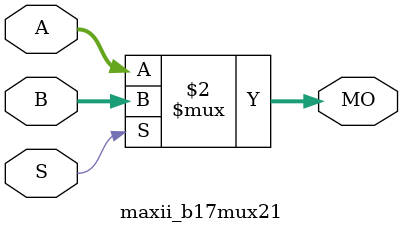
<source format=v>
module maxii_b17mux21 (MO, A, B, S);
   input [16:0] A, B;
   input 	S;
   output [16:0] MO; 
   assign MO = (S == 1) ? B : A; 
endmodule
</source>
